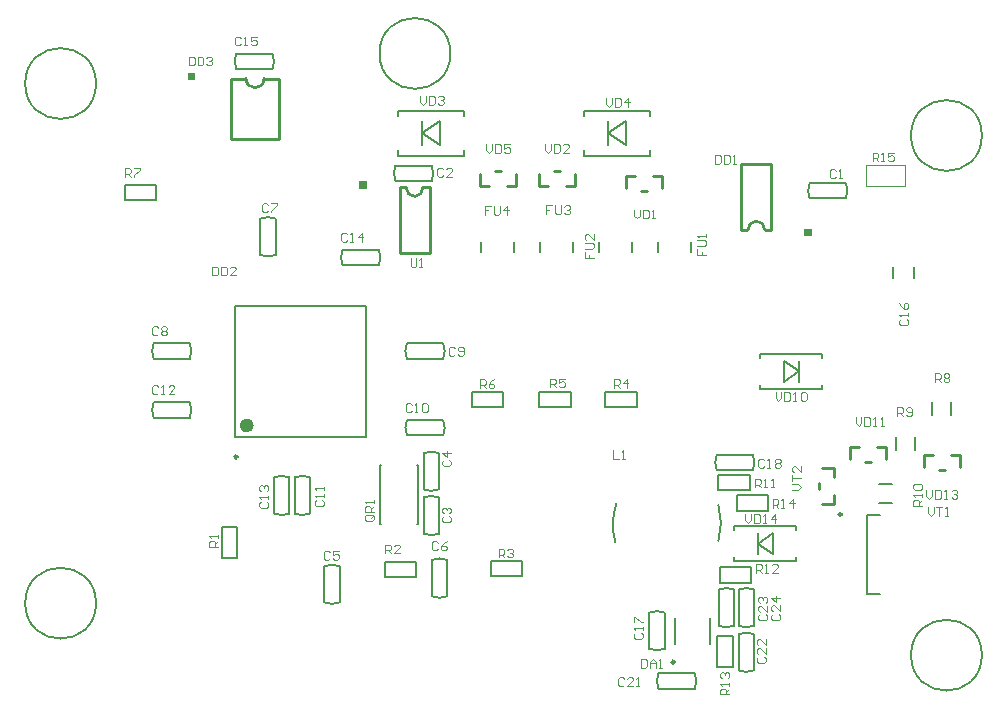
<source format=gto>
G04 Layer_Color=65535*
%FSLAX24Y24*%
%MOIN*%
G70*
G01*
G75*
%ADD10C,0.0079*%
%ADD36C,0.0098*%
%ADD41C,0.0236*%
%ADD56C,0.0100*%
%ADD57C,0.0070*%
%ADD58C,0.0071*%
%ADD59C,0.0067*%
%ADD60C,0.0050*%
%ADD61C,0.0039*%
G36*
X49372Y40789D02*
X49122D01*
Y41039D01*
X49372D01*
Y40789D01*
D02*
G37*
G36*
X34530Y42366D02*
X34280D01*
Y42616D01*
X34530D01*
Y42366D01*
D02*
G37*
G36*
X28811Y45988D02*
X28561D01*
Y46238D01*
X28811D01*
Y45988D01*
D02*
G37*
D10*
X37320Y46880D02*
G03*
X37320Y46880I-1181J0D01*
G01*
X25509Y45876D02*
G03*
X25509Y45876I-1181J0D01*
G01*
Y28554D02*
G03*
X25509Y28554I-1181J0D01*
G01*
X55037Y26821D02*
G03*
X55037Y26821I-1181J0D01*
G01*
Y44144D02*
G03*
X55037Y44144I-1181J0D01*
G01*
X51211Y28868D02*
Y31506D01*
X51644D01*
X51211Y28868D02*
X51644D01*
X30138Y34085D02*
Y38455D01*
X34508Y34085D02*
Y38455D01*
X30138D02*
X34508D01*
X30138Y34085D02*
X34508D01*
X51614Y31890D02*
X52047D01*
X51614Y32520D02*
X52047D01*
X52175Y33661D02*
Y34094D01*
X52805Y33661D02*
Y34094D01*
X53386Y34813D02*
Y35246D01*
X54016Y34813D02*
Y35246D01*
X47638Y36850D02*
X49724D01*
X47638Y35709D02*
X49724D01*
Y36742D02*
Y36850D01*
Y35709D02*
Y35817D01*
X47638Y36742D02*
Y36850D01*
Y35709D02*
Y35817D01*
X45984Y27205D02*
Y28071D01*
X44803Y27205D02*
Y28071D01*
X46772Y29970D02*
X48858D01*
X46772Y31112D02*
X48858D01*
X46772Y29970D02*
Y30079D01*
Y31004D02*
Y31112D01*
X48858Y29970D02*
Y30079D01*
Y31004D02*
Y31112D01*
X42274Y40256D02*
Y40610D01*
X43376Y40256D02*
Y40610D01*
X44252Y40256D02*
Y40610D01*
X45354Y40256D02*
Y40610D01*
X40315Y40256D02*
Y40610D01*
X41417Y40256D02*
Y40610D01*
X38346Y40256D02*
Y40610D01*
X39449Y40256D02*
Y40610D01*
X34980Y31201D02*
X35020D01*
X34980D02*
Y33169D01*
X35020D01*
X36201Y31201D02*
X36240D01*
Y33169D01*
X36201D02*
X36240D01*
X35571Y43474D02*
Y43661D01*
Y44783D02*
Y44970D01*
X37776Y43474D02*
Y43661D01*
Y44783D02*
Y44970D01*
X35571Y43474D02*
X37776D01*
X35571Y44970D02*
X37776D01*
X41772Y43474D02*
Y43661D01*
Y44783D02*
Y44970D01*
X43976Y43474D02*
Y43661D01*
Y44783D02*
Y44970D01*
X41772Y43474D02*
X43976D01*
X41772Y44970D02*
X43976D01*
D36*
X50364Y31506D02*
G03*
X50364Y31506I-49J0D01*
G01*
X30226Y33435D02*
G03*
X30226Y33435I-49J0D01*
G01*
X44793Y26594D02*
G03*
X44793Y26594I-49J0D01*
G01*
D41*
X30650Y34478D02*
G03*
X30650Y34478I-118J0D01*
G01*
D56*
X30511Y46038D02*
G03*
X31111Y46038I300J0D01*
G01*
X35848Y42396D02*
G03*
X36407Y42415I280J0D01*
G01*
X47803Y41010D02*
G03*
X47245Y40991I-280J0D01*
G01*
X30011Y46038D02*
X30511D01*
X30011Y44038D02*
X31611D01*
Y46038D01*
X30011Y44038D02*
Y46038D01*
X31111D02*
X31611D01*
X50095Y32754D02*
Y33054D01*
X49695Y31854D02*
X50095D01*
Y32154D01*
X49595Y32354D02*
Y32554D01*
X49695Y33054D02*
X50095D01*
X53097Y33500D02*
X53397D01*
X54297Y33100D02*
Y33500D01*
X53997D02*
X54297D01*
X53597Y33000D02*
X53797D01*
X53097Y33100D02*
Y33500D01*
X50637Y33766D02*
X50937D01*
X51837Y33366D02*
Y33766D01*
X51537D02*
X51837D01*
X51137Y33266D02*
X51337D01*
X50637Y33366D02*
Y33766D01*
X43176Y42782D02*
X43476D01*
X44376Y42382D02*
Y42782D01*
X44076D02*
X44376D01*
X43676Y42282D02*
X43876D01*
X43176Y42382D02*
Y42782D01*
X40260Y42464D02*
Y42864D01*
Y42464D02*
X40560D01*
X41460D02*
Y42864D01*
X41160Y42464D02*
X41460D01*
X40760Y42964D02*
X40960D01*
X38301Y42464D02*
Y42864D01*
Y42464D02*
X38601D01*
X39501D02*
Y42864D01*
X39201Y42464D02*
X39501D01*
X38801Y42964D02*
X39001D01*
X36630Y40216D02*
Y42416D01*
X35630Y40216D02*
Y42416D01*
Y40216D02*
X36630D01*
X36430Y42416D02*
X36630D01*
X35630D02*
X35830D01*
X47022Y40989D02*
Y43189D01*
X48022Y40989D02*
Y43189D01*
X47022D02*
X48022D01*
X47022Y40989D02*
X47222D01*
X47822D02*
X48022D01*
D57*
X30183Y46869D02*
G03*
X30184Y46358I609J-255D01*
G01*
X31390D02*
G03*
X31391Y46869I-608J256D01*
G01*
X33726Y40333D02*
G03*
X33727Y39823I609J-255D01*
G01*
X34934D02*
G03*
X34934Y40333I-608J256D01*
G01*
X28636Y34735D02*
G03*
X28635Y35246I-609J255D01*
G01*
X27428D02*
G03*
X27428Y34735I608J-256D01*
G01*
X35872Y34654D02*
G03*
X35873Y34144I609J-255D01*
G01*
X37079D02*
G03*
X37080Y34654I-608J256D01*
G01*
X28636Y36704D02*
G03*
X28635Y37214I-609J255D01*
G01*
X27428D02*
G03*
X27428Y36704I608J-256D01*
G01*
X36704Y28786D02*
G03*
X37214Y28786I255J609D01*
G01*
Y29993D02*
G03*
X36704Y29993I-256J-608D01*
G01*
X43948Y27034D02*
G03*
X44459Y27034I255J609D01*
G01*
Y28241D02*
G03*
X43948Y28241I-256J-608D01*
G01*
X44258Y26219D02*
G03*
X44258Y25709I609J-255D01*
G01*
X45465D02*
G03*
X45466Y26219I-608J256D01*
G01*
X47440Y27524D02*
G03*
X46929Y27523I-255J-609D01*
G01*
Y26316D02*
G03*
X47440Y26316I256J608D01*
G01*
X46930Y27801D02*
G03*
X47441Y27802I255J609D01*
G01*
Y29009D02*
G03*
X46930Y29009I-256J-608D01*
G01*
X46261Y27801D02*
G03*
X46772Y27802I255J609D01*
G01*
Y29009D02*
G03*
X46261Y29009I-256J-608D01*
G01*
X47405Y32993D02*
G03*
X47405Y33504I-609J255D01*
G01*
X46198D02*
G03*
X46198Y32993I608J-256D01*
G01*
X35488Y43139D02*
G03*
X35489Y42628I609J-255D01*
G01*
X36696D02*
G03*
X36696Y43139I-608J256D01*
G01*
X31957Y32750D02*
G03*
X31447Y32749I-255J-609D01*
G01*
Y31543D02*
G03*
X31957Y31542I256J608D01*
G01*
X32637Y32750D02*
G03*
X32126Y32749I-255J-609D01*
G01*
Y31543D02*
G03*
X32637Y31542I256J608D01*
G01*
X33631Y29787D02*
G03*
X33120Y29787I-255J-609D01*
G01*
Y28580D02*
G03*
X33631Y28580I256J608D01*
G01*
X36428Y30872D02*
G03*
X36939Y30873I255J609D01*
G01*
Y32079D02*
G03*
X36428Y32080I-256J-608D01*
G01*
X36938Y33557D02*
G03*
X36427Y33557I-255J-609D01*
G01*
Y32350D02*
G03*
X36938Y32349I256J608D01*
G01*
X35872Y37213D02*
G03*
X35873Y36703I609J-255D01*
G01*
X37079D02*
G03*
X37080Y37213I-608J256D01*
G01*
X30985Y40163D02*
G03*
X31496Y40164I255J609D01*
G01*
Y41371D02*
G03*
X30985Y41371I-256J-608D01*
G01*
X49297Y42558D02*
G03*
X49298Y42047I609J-255D01*
G01*
X50505D02*
G03*
X50505Y42558I-608J256D01*
G01*
X26467Y42490D02*
X27510D01*
X26467Y41978D02*
X27510D01*
Y42490D01*
X26467Y41978D02*
Y42490D01*
X30187Y46358D02*
X31388D01*
X30187Y46869D02*
X31387D01*
X33730Y39823D02*
X34931D01*
X33730Y40334D02*
X34930D01*
X27431Y35246D02*
X28632D01*
X27432Y34735D02*
X28632D01*
X35876Y34144D02*
X37077D01*
X35876Y34655D02*
X37076D01*
X27431Y37215D02*
X28632D01*
X27432Y36704D02*
X28632D01*
X37215Y28789D02*
Y29990D01*
X36704Y28789D02*
Y29989D01*
X35148Y29941D02*
X36191D01*
X35148Y29429D02*
X36191D01*
Y29941D01*
X35148Y29429D02*
Y29941D01*
X44459Y27037D02*
Y28238D01*
X43948Y27037D02*
Y28237D01*
X44262Y25709D02*
X45463D01*
X44262Y26220D02*
X45462D01*
X46732Y26427D02*
Y27470D01*
X46220Y26427D02*
Y27470D01*
Y26427D02*
X46732D01*
X46220Y27470D02*
X46732D01*
X46929Y26319D02*
Y27520D01*
X47440Y26320D02*
Y27520D01*
X46299Y29242D02*
X47343D01*
X46299Y29754D02*
X47343D01*
X46299Y29242D02*
Y29754D01*
X47343Y29242D02*
Y29754D01*
X47441Y27805D02*
Y29006D01*
X46930Y27805D02*
Y29005D01*
X46772Y27805D02*
Y29006D01*
X46261Y27805D02*
Y29005D01*
X46860Y31634D02*
X47904D01*
X46860Y32146D02*
X47904D01*
X46860Y31634D02*
Y32146D01*
X47904Y31634D02*
Y32146D01*
X46250Y32323D02*
X47293D01*
X46250Y32835D02*
X47293D01*
X46250Y32323D02*
Y32835D01*
X47293Y32323D02*
Y32835D01*
X46201Y33504D02*
X47402D01*
X46202Y32993D02*
X47402D01*
X38031Y35600D02*
X39075D01*
X38031Y35089D02*
X39075D01*
Y35600D01*
X38031Y35089D02*
Y35600D01*
X40285D02*
X41329D01*
X40285Y35089D02*
X41329D01*
Y35600D01*
X40285Y35089D02*
Y35600D01*
X42490D02*
X43533D01*
X42490Y35089D02*
X43533D01*
Y35600D01*
X42490Y35089D02*
Y35600D01*
X35492Y42628D02*
X36693D01*
X35492Y43139D02*
X36692D01*
X31447Y31545D02*
Y32746D01*
X31958Y31546D02*
Y32746D01*
X32126Y31545D02*
Y32746D01*
X32637Y31546D02*
Y32746D01*
X33120Y28583D02*
Y29783D01*
X33631Y28583D02*
Y29783D01*
X36939Y30876D02*
Y32077D01*
X36428Y30876D02*
Y32076D01*
X38681Y29961D02*
X39724D01*
X38681Y29449D02*
X39724D01*
Y29961D01*
X38681Y29449D02*
Y29961D01*
X36427Y32352D02*
Y33553D01*
X36938Y32353D02*
Y33553D01*
X35876Y36703D02*
X37077D01*
X35876Y37214D02*
X37076D01*
X31496Y40167D02*
Y41368D01*
X30985Y40167D02*
Y41367D01*
X30217Y30049D02*
Y31093D01*
X29705Y30049D02*
Y31093D01*
Y30049D02*
X30217D01*
X29705Y31093D02*
X30217D01*
X49301Y42047D02*
X50502D01*
X49301Y42558D02*
X50501D01*
D58*
X42853Y31877D02*
G03*
X42823Y30577I2035J-697D01*
G01*
X46256Y30641D02*
G03*
X46252Y31834I-2068J589D01*
G01*
D59*
X52776Y39400D02*
Y39754D01*
X52067Y39400D02*
Y39754D01*
D60*
X48431Y36630D02*
X48931Y36280D01*
X48431Y35930D02*
X48931Y36280D01*
Y35930D02*
Y36630D01*
X48431Y35930D02*
Y36630D01*
X47565Y30541D02*
X48065Y30191D01*
X47565Y30541D02*
X48065Y30891D01*
X47565Y30191D02*
Y30891D01*
X48065Y30191D02*
Y30891D01*
X36373Y43822D02*
Y44622D01*
X36973Y43822D02*
Y44622D01*
X36373Y44222D02*
X36973Y44622D01*
X36373Y44222D02*
X36973Y43822D01*
X42574D02*
Y44622D01*
X43174Y43822D02*
Y44622D01*
X42574Y44222D02*
X43174Y44622D01*
X42574Y44222D02*
X43174Y43822D01*
D61*
X52488Y42465D02*
Y43165D01*
X51173Y42465D02*
Y43165D01*
X52488D01*
X51173Y42465D02*
X52488D01*
X50167Y42972D02*
X50118Y43022D01*
X50020D01*
X49970Y42972D01*
Y42776D01*
X50020Y42726D01*
X50118D01*
X50167Y42776D01*
X50266Y42726D02*
X50364D01*
X50315D01*
Y43022D01*
X50266Y42972D01*
X37087Y43012D02*
X37037Y43061D01*
X36939D01*
X36890Y43012D01*
Y42815D01*
X36939Y42766D01*
X37037D01*
X37087Y42815D01*
X37382Y42766D02*
X37185D01*
X37382Y42963D01*
Y43012D01*
X37333Y43061D01*
X37234D01*
X37185Y43012D01*
X37095Y31447D02*
X37046Y31398D01*
Y31299D01*
X37095Y31250D01*
X37291D01*
X37341Y31299D01*
Y31398D01*
X37291Y31447D01*
X37095Y31545D02*
X37046Y31594D01*
Y31693D01*
X37095Y31742D01*
X37144D01*
X37193Y31693D01*
Y31644D01*
Y31693D01*
X37242Y31742D01*
X37291D01*
X37341Y31693D01*
Y31594D01*
X37291Y31545D01*
X37095Y33327D02*
X37046Y33277D01*
Y33179D01*
X37095Y33130D01*
X37291D01*
X37341Y33179D01*
Y33277D01*
X37291Y33327D01*
X37341Y33573D02*
X37046D01*
X37193Y33425D01*
Y33622D01*
X33297Y30256D02*
X33248Y30305D01*
X33150D01*
X33100Y30256D01*
Y30059D01*
X33150Y30010D01*
X33248D01*
X33297Y30059D01*
X33592Y30305D02*
X33396D01*
Y30157D01*
X33494Y30207D01*
X33543D01*
X33592Y30157D01*
Y30059D01*
X33543Y30010D01*
X33445D01*
X33396Y30059D01*
X36900Y30565D02*
X36851Y30614D01*
X36752D01*
X36703Y30565D01*
Y30368D01*
X36752Y30319D01*
X36851D01*
X36900Y30368D01*
X37195Y30614D02*
X37097Y30565D01*
X36998Y30466D01*
Y30368D01*
X37048Y30319D01*
X37146D01*
X37195Y30368D01*
Y30417D01*
X37146Y30466D01*
X36998D01*
X31240Y41831D02*
X31191Y41880D01*
X31093D01*
X31043Y41831D01*
Y41634D01*
X31093Y41585D01*
X31191D01*
X31240Y41634D01*
X31338Y41880D02*
X31535D01*
Y41831D01*
X31338Y41634D01*
Y41585D01*
X27578Y37735D02*
X27529Y37784D01*
X27431D01*
X27381Y37735D01*
Y37538D01*
X27431Y37489D01*
X27529D01*
X27578Y37538D01*
X27677Y37735D02*
X27726Y37784D01*
X27824D01*
X27873Y37735D01*
Y37685D01*
X27824Y37636D01*
X27873Y37587D01*
Y37538D01*
X27824Y37489D01*
X27726D01*
X27677Y37538D01*
Y37587D01*
X27726Y37636D01*
X27677Y37685D01*
Y37735D01*
X27726Y37636D02*
X27824D01*
X37470Y37047D02*
X37421Y37096D01*
X37323D01*
X37274Y37047D01*
Y36850D01*
X37323Y36801D01*
X37421D01*
X37470Y36850D01*
X37569D02*
X37618Y36801D01*
X37716D01*
X37766Y36850D01*
Y37047D01*
X37716Y37096D01*
X37618D01*
X37569Y37047D01*
Y36998D01*
X37618Y36949D01*
X37766D01*
X36027Y35171D02*
X35978Y35220D01*
X35879D01*
X35830Y35171D01*
Y34974D01*
X35879Y34925D01*
X35978D01*
X36027Y34974D01*
X36125Y34925D02*
X36223D01*
X36174D01*
Y35220D01*
X36125Y35171D01*
X36371D02*
X36420Y35220D01*
X36519D01*
X36568Y35171D01*
Y34974D01*
X36519Y34925D01*
X36420D01*
X36371Y34974D01*
Y35171D01*
X32854Y31988D02*
X32805Y31939D01*
Y31841D01*
X32854Y31791D01*
X33051D01*
X33100Y31841D01*
Y31939D01*
X33051Y31988D01*
X33100Y32087D02*
Y32185D01*
Y32136D01*
X32805D01*
X32854Y32087D01*
X33100Y32332D02*
Y32431D01*
Y32382D01*
X32805D01*
X32854Y32332D01*
X27581Y35763D02*
X27531Y35812D01*
X27433D01*
X27384Y35763D01*
Y35567D01*
X27433Y35517D01*
X27531D01*
X27581Y35567D01*
X27679Y35517D02*
X27777D01*
X27728D01*
Y35812D01*
X27679Y35763D01*
X28122Y35517D02*
X27925D01*
X28122Y35714D01*
Y35763D01*
X28073Y35812D01*
X27974D01*
X27925Y35763D01*
X31004Y31939D02*
X30955Y31890D01*
Y31791D01*
X31004Y31742D01*
X31201D01*
X31250Y31791D01*
Y31890D01*
X31201Y31939D01*
X31250Y32037D02*
Y32136D01*
Y32087D01*
X30955D01*
X31004Y32037D01*
Y32283D02*
X30955Y32332D01*
Y32431D01*
X31004Y32480D01*
X31053D01*
X31102Y32431D01*
Y32382D01*
Y32431D01*
X31152Y32480D01*
X31201D01*
X31250Y32431D01*
Y32332D01*
X31201Y32283D01*
X33881Y40852D02*
X33832Y40901D01*
X33734D01*
X33685Y40852D01*
Y40655D01*
X33734Y40606D01*
X33832D01*
X33881Y40655D01*
X33980Y40606D02*
X34078D01*
X34029D01*
Y40901D01*
X33980Y40852D01*
X34373Y40606D02*
Y40901D01*
X34226Y40753D01*
X34423D01*
X30331Y47391D02*
X30282Y47440D01*
X30183D01*
X30134Y47391D01*
Y47194D01*
X30183Y47145D01*
X30282D01*
X30331Y47194D01*
X30429Y47145D02*
X30528D01*
X30478D01*
Y47440D01*
X30429Y47391D01*
X30872Y47440D02*
X30675D01*
Y47293D01*
X30774Y47342D01*
X30823D01*
X30872Y47293D01*
Y47194D01*
X30823Y47145D01*
X30724D01*
X30675Y47194D01*
X52333Y38022D02*
X52284Y37972D01*
Y37874D01*
X52333Y37825D01*
X52530D01*
X52579Y37874D01*
Y37972D01*
X52530Y38022D01*
X52579Y38120D02*
Y38218D01*
Y38169D01*
X52284D01*
X52333Y38120D01*
X52284Y38563D02*
X52333Y38464D01*
X52431Y38366D01*
X52530D01*
X52579Y38415D01*
Y38514D01*
X52530Y38563D01*
X52480D01*
X52431Y38514D01*
Y38366D01*
X43484Y27569D02*
X43435Y27520D01*
Y27421D01*
X43484Y27372D01*
X43681D01*
X43730Y27421D01*
Y27520D01*
X43681Y27569D01*
X43730Y27667D02*
Y27766D01*
Y27716D01*
X43435D01*
X43484Y27667D01*
X43435Y27913D02*
Y28110D01*
X43484D01*
X43681Y27913D01*
X43730D01*
X47785Y33317D02*
X47736Y33366D01*
X47638D01*
X47589Y33317D01*
Y33120D01*
X47638Y33071D01*
X47736D01*
X47785Y33120D01*
X47884Y33071D02*
X47982D01*
X47933D01*
Y33366D01*
X47884Y33317D01*
X48130D02*
X48179Y33366D01*
X48277D01*
X48327Y33317D01*
Y33268D01*
X48277Y33218D01*
X48327Y33169D01*
Y33120D01*
X48277Y33071D01*
X48179D01*
X48130Y33120D01*
Y33169D01*
X48179Y33218D01*
X48130Y33268D01*
Y33317D01*
X48179Y33218D02*
X48277D01*
X43120Y26033D02*
X43071Y26083D01*
X42972D01*
X42923Y26033D01*
Y25837D01*
X42972Y25787D01*
X43071D01*
X43120Y25837D01*
X43415Y25787D02*
X43218D01*
X43415Y25984D01*
Y26033D01*
X43366Y26083D01*
X43268D01*
X43218Y26033D01*
X43514Y25787D02*
X43612D01*
X43563D01*
Y26083D01*
X43514Y26033D01*
X47589Y26762D02*
X47539Y26713D01*
Y26614D01*
X47589Y26565D01*
X47785D01*
X47835Y26614D01*
Y26713D01*
X47785Y26762D01*
X47835Y27057D02*
Y26860D01*
X47638Y27057D01*
X47589D01*
X47539Y27008D01*
Y26909D01*
X47589Y26860D01*
X47835Y27352D02*
Y27155D01*
X47638Y27352D01*
X47589D01*
X47539Y27303D01*
Y27205D01*
X47589Y27155D01*
X47628Y28179D02*
X47579Y28130D01*
Y28031D01*
X47628Y27982D01*
X47825D01*
X47874Y28031D01*
Y28130D01*
X47825Y28179D01*
X47874Y28474D02*
Y28277D01*
X47677Y28474D01*
X47628D01*
X47579Y28425D01*
Y28327D01*
X47628Y28277D01*
Y28573D02*
X47579Y28622D01*
Y28720D01*
X47628Y28769D01*
X47677D01*
X47726Y28720D01*
Y28671D01*
Y28720D01*
X47776Y28769D01*
X47825D01*
X47874Y28720D01*
Y28622D01*
X47825Y28573D01*
X48071Y28189D02*
X48022Y28140D01*
Y28041D01*
X48071Y27992D01*
X48268D01*
X48317Y28041D01*
Y28140D01*
X48268Y28189D01*
X48317Y28484D02*
Y28287D01*
X48120Y28484D01*
X48071D01*
X48022Y28435D01*
Y28337D01*
X48071Y28287D01*
X48317Y28730D02*
X48022D01*
X48169Y28582D01*
Y28779D01*
X43671Y26703D02*
Y26407D01*
X43819D01*
X43868Y26457D01*
Y26653D01*
X43819Y26703D01*
X43671D01*
X43966Y26407D02*
Y26604D01*
X44065Y26703D01*
X44163Y26604D01*
Y26407D01*
Y26555D01*
X43966D01*
X44262Y26407D02*
X44360D01*
X44311D01*
Y26703D01*
X44262Y26653D01*
X46142Y43494D02*
Y43199D01*
X46289D01*
X46339Y43248D01*
Y43445D01*
X46289Y43494D01*
X46142D01*
X46437D02*
Y43199D01*
X46585D01*
X46634Y43248D01*
Y43445D01*
X46585Y43494D01*
X46437D01*
X46732Y43199D02*
X46830D01*
X46781D01*
Y43494D01*
X46732Y43445D01*
X29384Y39776D02*
Y39481D01*
X29532D01*
X29581Y39530D01*
Y39727D01*
X29532Y39776D01*
X29384D01*
X29679D02*
Y39481D01*
X29827D01*
X29876Y39530D01*
Y39727D01*
X29827Y39776D01*
X29679D01*
X30171Y39481D02*
X29975D01*
X30171Y39678D01*
Y39727D01*
X30122Y39776D01*
X30024D01*
X29975Y39727D01*
X28598Y46776D02*
Y46481D01*
X28745D01*
X28794Y46530D01*
Y46727D01*
X28745Y46776D01*
X28598D01*
X28893D02*
Y46481D01*
X29040D01*
X29090Y46530D01*
Y46727D01*
X29040Y46776D01*
X28893D01*
X29188Y46727D02*
X29237Y46776D01*
X29336D01*
X29385Y46727D01*
Y46678D01*
X29336Y46629D01*
X29286D01*
X29336D01*
X29385Y46579D01*
Y46530D01*
X29336Y46481D01*
X29237D01*
X29188Y46530D01*
X45551Y40364D02*
Y40167D01*
X45699D01*
Y40266D01*
Y40167D01*
X45846D01*
X45551Y40462D02*
X45797D01*
X45846Y40512D01*
Y40610D01*
X45797Y40659D01*
X45551D01*
X45846Y40758D02*
Y40856D01*
Y40807D01*
X45551D01*
X45600Y40758D01*
X41801Y40266D02*
Y40069D01*
X41949D01*
Y40167D01*
Y40069D01*
X42096D01*
X41801Y40364D02*
X42047D01*
X42096Y40413D01*
Y40512D01*
X42047Y40561D01*
X41801D01*
X42096Y40856D02*
Y40659D01*
X41900Y40856D01*
X41850D01*
X41801Y40807D01*
Y40708D01*
X41850Y40659D01*
X40718Y41821D02*
X40522D01*
Y41673D01*
X40620D01*
X40522D01*
Y41526D01*
X40817Y41821D02*
Y41575D01*
X40866Y41526D01*
X40964D01*
X41014Y41575D01*
Y41821D01*
X41112Y41772D02*
X41161Y41821D01*
X41260D01*
X41309Y41772D01*
Y41722D01*
X41260Y41673D01*
X41210D01*
X41260D01*
X41309Y41624D01*
Y41575D01*
X41260Y41526D01*
X41161D01*
X41112Y41575D01*
X38671Y41791D02*
X38474D01*
Y41644D01*
X38573D01*
X38474D01*
Y41496D01*
X38770Y41791D02*
Y41545D01*
X38819Y41496D01*
X38917D01*
X38966Y41545D01*
Y41791D01*
X39212Y41496D02*
Y41791D01*
X39065Y41644D01*
X39262D01*
X42743Y33650D02*
Y33354D01*
X42940D01*
X43039D02*
X43137D01*
X43088D01*
Y33650D01*
X43039Y33600D01*
X34714Y31496D02*
X34517D01*
X34468Y31447D01*
Y31348D01*
X34517Y31299D01*
X34714D01*
X34763Y31348D01*
Y31447D01*
X34665Y31398D02*
X34763Y31496D01*
Y31447D02*
X34714Y31496D01*
X34763Y31594D02*
X34468D01*
Y31742D01*
X34517Y31791D01*
X34616D01*
X34665Y31742D01*
Y31594D01*
Y31693D02*
X34763Y31791D01*
Y31890D02*
Y31988D01*
Y31939D01*
X34468D01*
X34517Y31890D01*
X29587Y30443D02*
X29291D01*
Y30591D01*
X29341Y30640D01*
X29439D01*
X29488Y30591D01*
Y30443D01*
Y30541D02*
X29587Y30640D01*
Y30738D02*
Y30836D01*
Y30787D01*
X29291D01*
X29341Y30738D01*
X35149Y30215D02*
Y30510D01*
X35297D01*
X35346Y30461D01*
Y30363D01*
X35297Y30313D01*
X35149D01*
X35248D02*
X35346Y30215D01*
X35641D02*
X35444D01*
X35641Y30412D01*
Y30461D01*
X35592Y30510D01*
X35494D01*
X35444Y30461D01*
X38927Y30079D02*
Y30374D01*
X39075D01*
X39124Y30325D01*
Y30226D01*
X39075Y30177D01*
X38927D01*
X39026D02*
X39124Y30079D01*
X39222Y30325D02*
X39272Y30374D01*
X39370D01*
X39419Y30325D01*
Y30276D01*
X39370Y30226D01*
X39321D01*
X39370D01*
X39419Y30177D01*
Y30128D01*
X39370Y30079D01*
X39272D01*
X39222Y30128D01*
X42766Y35738D02*
Y36033D01*
X42913D01*
X42963Y35984D01*
Y35886D01*
X42913Y35837D01*
X42766D01*
X42864D02*
X42963Y35738D01*
X43209D02*
Y36033D01*
X43061Y35886D01*
X43258D01*
X40640Y35748D02*
Y36043D01*
X40787D01*
X40837Y35994D01*
Y35896D01*
X40787Y35846D01*
X40640D01*
X40738D02*
X40837Y35748D01*
X41132Y36043D02*
X40935D01*
Y35896D01*
X41033Y35945D01*
X41083D01*
X41132Y35896D01*
Y35797D01*
X41083Y35748D01*
X40984D01*
X40935Y35797D01*
X38297Y35719D02*
Y36014D01*
X38445D01*
X38494Y35964D01*
Y35866D01*
X38445Y35817D01*
X38297D01*
X38396D02*
X38494Y35719D01*
X38789Y36014D02*
X38691Y35964D01*
X38592Y35866D01*
Y35768D01*
X38642Y35719D01*
X38740D01*
X38789Y35768D01*
Y35817D01*
X38740Y35866D01*
X38592D01*
X26468Y42764D02*
Y43059D01*
X26616D01*
X26665Y43010D01*
Y42912D01*
X26616Y42863D01*
X26468D01*
X26567D02*
X26665Y42764D01*
X26763Y43059D02*
X26960D01*
Y43010D01*
X26763Y42813D01*
Y42764D01*
X53465Y35915D02*
Y36211D01*
X53612D01*
X53661Y36161D01*
Y36063D01*
X53612Y36014D01*
X53465D01*
X53563D02*
X53661Y35915D01*
X53760Y36161D02*
X53809Y36211D01*
X53907D01*
X53957Y36161D01*
Y36112D01*
X53907Y36063D01*
X53957Y36014D01*
Y35965D01*
X53907Y35915D01*
X53809D01*
X53760Y35965D01*
Y36014D01*
X53809Y36063D01*
X53760Y36112D01*
Y36161D01*
X53809Y36063D02*
X53907D01*
X52215Y34793D02*
Y35088D01*
X52362D01*
X52411Y35039D01*
Y34941D01*
X52362Y34892D01*
X52215D01*
X52313D02*
X52411Y34793D01*
X52510Y34843D02*
X52559Y34793D01*
X52657D01*
X52707Y34843D01*
Y35039D01*
X52657Y35088D01*
X52559D01*
X52510Y35039D01*
Y34990D01*
X52559Y34941D01*
X52707D01*
X53041Y31801D02*
X52746D01*
Y31949D01*
X52795Y31998D01*
X52894D01*
X52943Y31949D01*
Y31801D01*
Y31900D02*
X53041Y31998D01*
Y32096D02*
Y32195D01*
Y32146D01*
X52746D01*
X52795Y32096D01*
Y32342D02*
X52746Y32392D01*
Y32490D01*
X52795Y32539D01*
X52992D01*
X53041Y32490D01*
Y32392D01*
X52992Y32342D01*
X52795D01*
X47470Y32411D02*
Y32707D01*
X47618D01*
X47667Y32657D01*
Y32559D01*
X47618Y32510D01*
X47470D01*
X47569D02*
X47667Y32411D01*
X47766D02*
X47864D01*
X47815D01*
Y32707D01*
X47766Y32657D01*
X48012Y32411D02*
X48110D01*
X48061D01*
Y32707D01*
X48012Y32657D01*
X47500Y29567D02*
Y29862D01*
X47648D01*
X47697Y29813D01*
Y29715D01*
X47648Y29665D01*
X47500D01*
X47598D02*
X47697Y29567D01*
X47795D02*
X47894D01*
X47844D01*
Y29862D01*
X47795Y29813D01*
X48238Y29567D02*
X48041D01*
X48238Y29764D01*
Y29813D01*
X48189Y29862D01*
X48090D01*
X48041Y29813D01*
X46614Y25512D02*
X46319D01*
Y25659D01*
X46368Y25709D01*
X46467D01*
X46516Y25659D01*
Y25512D01*
Y25610D02*
X46614Y25709D01*
Y25807D02*
Y25905D01*
Y25856D01*
X46319D01*
X46368Y25807D01*
Y26053D02*
X46319Y26102D01*
Y26201D01*
X46368Y26250D01*
X46417D01*
X46467Y26201D01*
Y26151D01*
Y26201D01*
X46516Y26250D01*
X46565D01*
X46614Y26201D01*
Y26102D01*
X46565Y26053D01*
X48061Y31732D02*
Y32027D01*
X48209D01*
X48258Y31978D01*
Y31880D01*
X48209Y31831D01*
X48061D01*
X48159D02*
X48258Y31732D01*
X48356D02*
X48455D01*
X48405D01*
Y32027D01*
X48356Y31978D01*
X48750Y31732D02*
Y32027D01*
X48602Y31880D01*
X48799D01*
X35994Y40049D02*
Y39803D01*
X36043Y39754D01*
X36142D01*
X36191Y39803D01*
Y40049D01*
X36289Y39754D02*
X36388D01*
X36338D01*
Y40049D01*
X36289Y40000D01*
X43445Y41673D02*
Y41476D01*
X43543Y41378D01*
X43642Y41476D01*
Y41673D01*
X43740D02*
Y41378D01*
X43888D01*
X43937Y41427D01*
Y41624D01*
X43888Y41673D01*
X43740D01*
X44035Y41378D02*
X44134D01*
X44084D01*
Y41673D01*
X44035Y41624D01*
X40472Y43868D02*
Y43671D01*
X40571Y43573D01*
X40669Y43671D01*
Y43868D01*
X40768D02*
Y43573D01*
X40915D01*
X40964Y43622D01*
Y43819D01*
X40915Y43868D01*
X40768D01*
X41260Y43573D02*
X41063D01*
X41260Y43770D01*
Y43819D01*
X41210Y43868D01*
X41112D01*
X41063Y43819D01*
X36309Y45462D02*
Y45266D01*
X36407Y45167D01*
X36506Y45266D01*
Y45462D01*
X36604D02*
Y45167D01*
X36752D01*
X36801Y45217D01*
Y45413D01*
X36752Y45462D01*
X36604D01*
X36899Y45413D02*
X36949Y45462D01*
X37047D01*
X37096Y45413D01*
Y45364D01*
X37047Y45315D01*
X36998D01*
X37047D01*
X37096Y45266D01*
Y45217D01*
X37047Y45167D01*
X36949D01*
X36899Y45217D01*
X42510Y45403D02*
Y45207D01*
X42608Y45108D01*
X42707Y45207D01*
Y45403D01*
X42805D02*
Y45108D01*
X42953D01*
X43002Y45157D01*
Y45354D01*
X42953Y45403D01*
X42805D01*
X43248Y45108D02*
Y45403D01*
X43100Y45256D01*
X43297D01*
X38524Y43848D02*
Y43652D01*
X38622Y43553D01*
X38720Y43652D01*
Y43848D01*
X38819D02*
Y43553D01*
X38966D01*
X39016Y43602D01*
Y43799D01*
X38966Y43848D01*
X38819D01*
X39311D02*
X39114D01*
Y43701D01*
X39212Y43750D01*
X39262D01*
X39311Y43701D01*
Y43602D01*
X39262Y43553D01*
X39163D01*
X39114Y43602D01*
X48159Y35590D02*
Y35394D01*
X48258Y35295D01*
X48356Y35394D01*
Y35590D01*
X48455D02*
Y35295D01*
X48602D01*
X48651Y35344D01*
Y35541D01*
X48602Y35590D01*
X48455D01*
X48750Y35295D02*
X48848D01*
X48799D01*
Y35590D01*
X48750Y35541D01*
X48996D02*
X49045Y35590D01*
X49143D01*
X49193Y35541D01*
Y35344D01*
X49143Y35295D01*
X49045D01*
X48996Y35344D01*
Y35541D01*
X50827Y34744D02*
Y34547D01*
X50925Y34449D01*
X51024Y34547D01*
Y34744D01*
X51122D02*
Y34449D01*
X51270D01*
X51319Y34498D01*
Y34695D01*
X51270Y34744D01*
X51122D01*
X51417Y34449D02*
X51516D01*
X51466D01*
Y34744D01*
X51417Y34695D01*
X51663Y34449D02*
X51762D01*
X51712D01*
Y34744D01*
X51663Y34695D01*
X53189Y32333D02*
Y32136D01*
X53287Y32037D01*
X53386Y32136D01*
Y32333D01*
X53484D02*
Y32037D01*
X53632D01*
X53681Y32087D01*
Y32283D01*
X53632Y32333D01*
X53484D01*
X53779Y32037D02*
X53878D01*
X53829D01*
Y32333D01*
X53779Y32283D01*
X54025D02*
X54075Y32333D01*
X54173D01*
X54222Y32283D01*
Y32234D01*
X54173Y32185D01*
X54124D01*
X54173D01*
X54222Y32136D01*
Y32087D01*
X54173Y32037D01*
X54075D01*
X54025Y32087D01*
X47156Y31516D02*
Y31319D01*
X47254Y31220D01*
X47352Y31319D01*
Y31516D01*
X47451D02*
Y31220D01*
X47598D01*
X47647Y31270D01*
Y31466D01*
X47598Y31516D01*
X47451D01*
X47746Y31220D02*
X47844D01*
X47795D01*
Y31516D01*
X47746Y31466D01*
X48139Y31220D02*
Y31516D01*
X47992Y31368D01*
X48189D01*
X53228Y31772D02*
Y31575D01*
X53327Y31476D01*
X53425Y31575D01*
Y31772D01*
X53524D02*
X53720D01*
X53622D01*
Y31476D01*
X53819D02*
X53917D01*
X53868D01*
Y31772D01*
X53819Y31722D01*
X48711Y32333D02*
X48908D01*
X49006Y32431D01*
X48908Y32529D01*
X48711D01*
Y32628D02*
Y32825D01*
Y32726D01*
X49006D01*
Y33120D02*
Y32923D01*
X48809Y33120D01*
X48760D01*
X48711Y33071D01*
Y32972D01*
X48760Y32923D01*
X51407Y43297D02*
Y43573D01*
X51545D01*
X51591Y43527D01*
Y43435D01*
X51545Y43389D01*
X51407D01*
X51499D02*
X51591Y43297D01*
X51683D02*
X51775D01*
X51729D01*
Y43573D01*
X51683Y43527D01*
X52096Y43573D02*
X51913D01*
Y43435D01*
X52004Y43481D01*
X52050D01*
X52096Y43435D01*
Y43343D01*
X52050Y43297D01*
X51958D01*
X51913Y43343D01*
M02*

</source>
